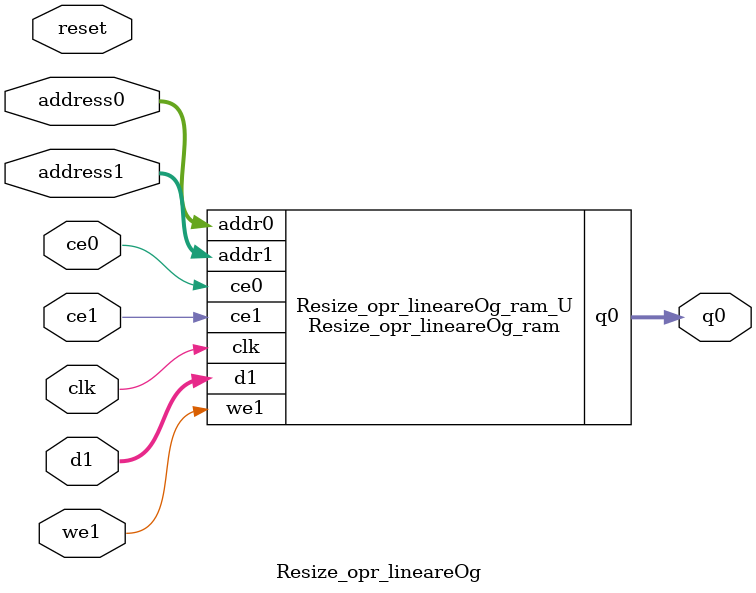
<source format=v>
`timescale 1 ns / 1 ps
module Resize_opr_lineareOg_ram (addr0, ce0, q0, addr1, ce1, d1, we1,  clk);

parameter DWIDTH = 8;
parameter AWIDTH = 11;
parameter MEM_SIZE = 1281;

input[AWIDTH-1:0] addr0;
input ce0;
output reg[DWIDTH-1:0] q0;
input[AWIDTH-1:0] addr1;
input ce1;
input[DWIDTH-1:0] d1;
input we1;
input clk;

(* ram_style = "block" *)reg [DWIDTH-1:0] ram[0:MEM_SIZE-1];




always @(posedge clk)  
begin 
    if (ce0) begin
        q0 <= ram[addr0];
    end
end


always @(posedge clk)  
begin 
    if (ce1) begin
        if (we1) 
            ram[addr1] <= d1; 
    end
end


endmodule

`timescale 1 ns / 1 ps
module Resize_opr_lineareOg(
    reset,
    clk,
    address0,
    ce0,
    q0,
    address1,
    ce1,
    we1,
    d1);

parameter DataWidth = 32'd8;
parameter AddressRange = 32'd1281;
parameter AddressWidth = 32'd11;
input reset;
input clk;
input[AddressWidth - 1:0] address0;
input ce0;
output[DataWidth - 1:0] q0;
input[AddressWidth - 1:0] address1;
input ce1;
input we1;
input[DataWidth - 1:0] d1;



Resize_opr_lineareOg_ram Resize_opr_lineareOg_ram_U(
    .clk( clk ),
    .addr0( address0 ),
    .ce0( ce0 ),
    .q0( q0 ),
    .addr1( address1 ),
    .ce1( ce1 ),
    .we1( we1 ),
    .d1( d1 ));

endmodule


</source>
